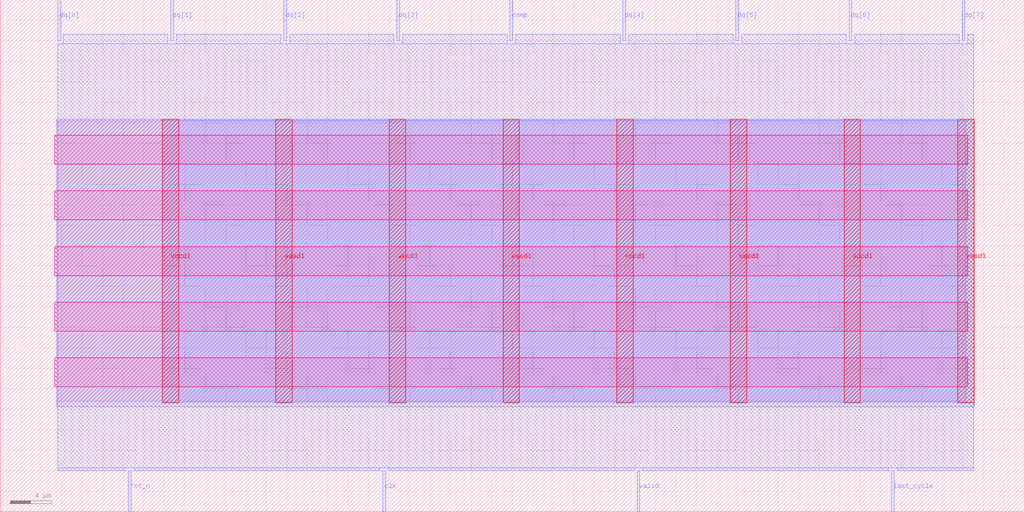
<source format=lef>
VERSION 5.7 ;
  NOWIREEXTENSIONATPIN ON ;
  DIVIDERCHAR "/" ;
  BUSBITCHARS "[]" ;
MACRO sarcon_sync
  CLASS BLOCK ;
  FOREIGN sarcon_sync ;
  ORIGIN 0.000 0.000 ;
  SIZE 100.000 BY 50.000 ;
  PIN clk
    DIRECTION INPUT ;
    USE SIGNAL ;
    PORT
      LAYER met2 ;
        RECT 37.350 0.000 37.630 4.000 ;
    END
  END clk
  PIN comp
    DIRECTION INPUT ;
    USE SIGNAL ;
    PORT
      LAYER met2 ;
        RECT 49.770 46.000 50.050 50.000 ;
    END
  END comp
  PIN dq[0]
    DIRECTION OUTPUT TRISTATE ;
    USE SIGNAL ;
    PORT
      LAYER met2 ;
        RECT 5.610 46.000 5.890 50.000 ;
    END
  END dq[0]
  PIN dq[1]
    DIRECTION OUTPUT TRISTATE ;
    USE SIGNAL ;
    PORT
      LAYER met2 ;
        RECT 16.650 46.000 16.930 50.000 ;
    END
  END dq[1]
  PIN dq[2]
    DIRECTION OUTPUT TRISTATE ;
    USE SIGNAL ;
    PORT
      LAYER met2 ;
        RECT 27.690 46.000 27.970 50.000 ;
    END
  END dq[2]
  PIN dq[3]
    DIRECTION OUTPUT TRISTATE ;
    USE SIGNAL ;
    PORT
      LAYER met2 ;
        RECT 38.730 46.000 39.010 50.000 ;
    END
  END dq[3]
  PIN dq[4]
    DIRECTION OUTPUT TRISTATE ;
    USE SIGNAL ;
    PORT
      LAYER met2 ;
        RECT 60.810 46.000 61.090 50.000 ;
    END
  END dq[4]
  PIN dq[5]
    DIRECTION OUTPUT TRISTATE ;
    USE SIGNAL ;
    PORT
      LAYER met2 ;
        RECT 71.850 46.000 72.130 50.000 ;
    END
  END dq[5]
  PIN dq[6]
    DIRECTION OUTPUT TRISTATE ;
    USE SIGNAL ;
    PORT
      LAYER met2 ;
        RECT 82.890 46.000 83.170 50.000 ;
    END
  END dq[6]
  PIN dq[7]
    DIRECTION OUTPUT TRISTATE ;
    USE SIGNAL ;
    PORT
      LAYER met2 ;
        RECT 93.930 46.000 94.210 50.000 ;
    END
  END dq[7]
  PIN last_cycle
    DIRECTION OUTPUT TRISTATE ;
    USE SIGNAL ;
    PORT
      LAYER met2 ;
        RECT 87.030 0.000 87.310 4.000 ;
    END
  END last_cycle
  PIN rst_n
    DIRECTION INPUT ;
    USE SIGNAL ;
    PORT
      LAYER met2 ;
        RECT 12.510 0.000 12.790 4.000 ;
    END
  END rst_n
  PIN valid
    DIRECTION OUTPUT TRISTATE ;
    USE SIGNAL ;
    PORT
      LAYER met2 ;
        RECT 62.190 0.000 62.470 4.000 ;
    END
  END valid
  PIN vccd1
    DIRECTION INOUT ;
    USE POWER ;
    PORT
      LAYER met4 ;
        RECT 15.815 10.640 17.415 38.320 ;
    END
    PORT
      LAYER met4 ;
        RECT 38.010 10.640 39.610 38.320 ;
    END
    PORT
      LAYER met4 ;
        RECT 60.205 10.640 61.805 38.320 ;
    END
    PORT
      LAYER met4 ;
        RECT 82.400 10.640 84.000 38.320 ;
    END
  END vccd1
  PIN vssd1
    DIRECTION INOUT ;
    USE GROUND ;
    PORT
      LAYER met4 ;
        RECT 26.910 10.640 28.510 38.320 ;
    END
    PORT
      LAYER met4 ;
        RECT 49.105 10.640 50.705 38.320 ;
    END
    PORT
      LAYER met4 ;
        RECT 71.300 10.640 72.900 38.320 ;
    END
    PORT
      LAYER met4 ;
        RECT 93.495 10.640 95.095 38.320 ;
    END
  END vssd1
  OBS
      LAYER nwell ;
        RECT 5.330 33.945 94.490 36.775 ;
        RECT 5.330 28.505 94.490 31.335 ;
        RECT 5.330 23.065 94.490 25.895 ;
        RECT 5.330 17.625 94.490 20.455 ;
        RECT 5.330 12.185 94.490 15.015 ;
      LAYER li1 ;
        RECT 5.520 10.795 94.300 38.165 ;
      LAYER met1 ;
        RECT 5.520 10.240 95.095 38.320 ;
      LAYER met2 ;
        RECT 6.170 45.720 16.370 46.650 ;
        RECT 17.210 45.720 27.410 46.650 ;
        RECT 28.250 45.720 38.450 46.650 ;
        RECT 39.290 45.720 49.490 46.650 ;
        RECT 50.330 45.720 60.530 46.650 ;
        RECT 61.370 45.720 71.570 46.650 ;
        RECT 72.410 45.720 82.610 46.650 ;
        RECT 83.450 45.720 93.650 46.650 ;
        RECT 94.490 45.720 95.065 46.650 ;
        RECT 5.620 4.280 95.065 45.720 ;
        RECT 5.620 4.000 12.230 4.280 ;
        RECT 13.070 4.000 37.070 4.280 ;
        RECT 37.910 4.000 61.910 4.280 ;
        RECT 62.750 4.000 86.750 4.280 ;
        RECT 87.590 4.000 95.065 4.280 ;
      LAYER met3 ;
        RECT 15.825 10.715 95.085 38.245 ;
  END
END sarcon_sync
END LIBRARY


</source>
